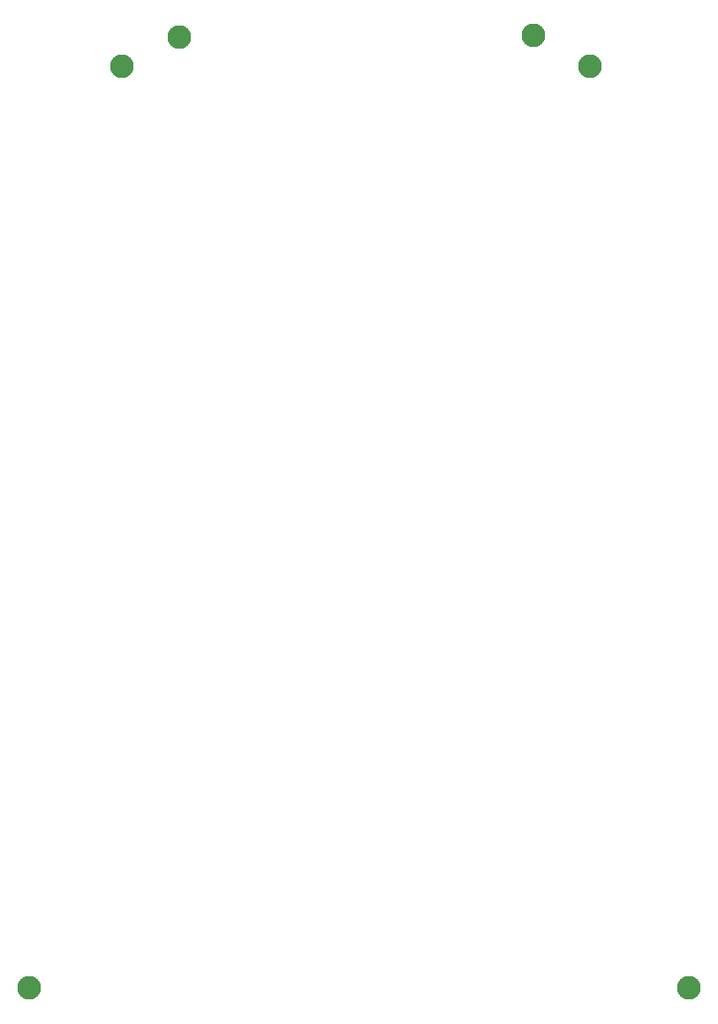
<source format=gbs>
G04 MADE WITH FRITZING*
G04 WWW.FRITZING.ORG*
G04 DOUBLE SIDED*
G04 HOLES PLATED*
G04 CONTOUR ON CENTER OF CONTOUR VECTOR*
%ASAXBY*%
%FSLAX23Y23*%
%MOIN*%
%OFA0B0*%
%SFA1.0B1.0*%
%ADD10C,0.089370*%
%LNMASK0*%
G90*
G70*
G54D10*
X2559Y87D03*
X2186Y3562D03*
X1971Y3679D03*
X633Y3674D03*
X67Y88D03*
X419Y3563D03*
G04 End of Mask0*
M02*
</source>
